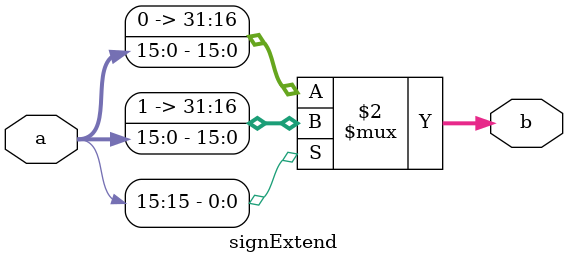
<source format=v>
`timescale 1ns / 1ps
module signExtend(
input[15:0]a,
output[31:0]b
    );
assign b=(a[15]==1)?{16'hFFFF,a}:{16'h0000,a};
endmodule

</source>
